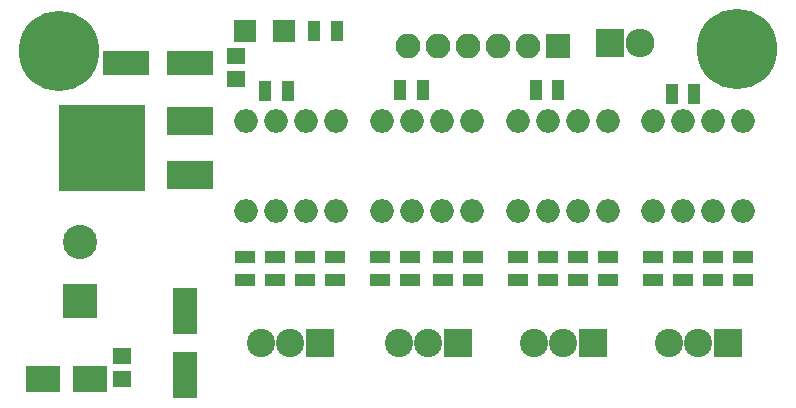
<source format=gts>
G04 #@! TF.FileFunction,Soldermask,Top*
%FSLAX46Y46*%
G04 Gerber Fmt 4.6, Leading zero omitted, Abs format (unit mm)*
G04 Created by KiCad (PCBNEW 4.0.6+dfsg1-1) date Mon Feb 26 19:53:53 2018*
%MOMM*%
%LPD*%
G01*
G04 APERTURE LIST*
%ADD10C,0.100000*%
%ADD11R,3.900000X2.000000*%
%ADD12R,2.000000X3.900000*%
%ADD13R,2.900000X2.900000*%
%ADD14C,2.900000*%
%ADD15R,2.400000X2.400000*%
%ADD16C,2.400000*%
%ADD17O,2.000000X2.000000*%
%ADD18R,2.900000X2.200000*%
%ADD19R,2.100000X2.100000*%
%ADD20O,2.100000X2.100000*%
%ADD21R,1.900000X1.900000*%
%ADD22R,1.100000X1.700000*%
%ADD23R,1.700000X1.100000*%
%ADD24R,2.432000X2.432000*%
%ADD25O,2.432000X2.432000*%
%ADD26R,1.650000X1.400000*%
%ADD27C,6.800000*%
%ADD28C,1.000000*%
%ADD29R,3.900000X2.400000*%
%ADD30R,7.400000X7.400000*%
G04 APERTURE END LIST*
D10*
D11*
X14800560Y29164280D03*
X9400560Y29164280D03*
D12*
X14386560Y8115280D03*
X14386560Y2715280D03*
D13*
X5496560Y8971280D03*
D14*
X5496560Y13971280D03*
D15*
X37500560Y5415280D03*
D16*
X34960560Y5415280D03*
X32460560Y5415280D03*
D17*
X19535760Y16650880D03*
X22075760Y16650880D03*
X24615760Y16650880D03*
X27155760Y16650880D03*
X27155760Y24270880D03*
X24615760Y24270880D03*
X22075760Y24270880D03*
X19535760Y24270880D03*
D18*
X6374560Y2371280D03*
X2374560Y2371280D03*
D19*
X45935760Y30550880D03*
D20*
X43395760Y30550880D03*
X40855760Y30550880D03*
X38315760Y30550880D03*
X35775760Y30550880D03*
X33235760Y30550880D03*
D21*
X22724560Y31871280D03*
X19424560Y31871280D03*
D17*
X31035760Y16650880D03*
X33575760Y16650880D03*
X36115760Y16650880D03*
X38655760Y16650880D03*
X38655760Y24270880D03*
X36115760Y24270880D03*
X33575760Y24270880D03*
X31035760Y24270880D03*
X42535760Y16650880D03*
X45075760Y16650880D03*
X47615760Y16650880D03*
X50155760Y16650880D03*
X50155760Y24270880D03*
X47615760Y24270880D03*
X45075760Y24270880D03*
X42535760Y24270880D03*
X54035760Y16650880D03*
X56575760Y16650880D03*
X59115760Y16650880D03*
X61655760Y16650880D03*
X61655760Y24270880D03*
X59115760Y24270880D03*
X56575760Y24270880D03*
X54035760Y24270880D03*
D15*
X60360560Y5415280D03*
D16*
X57820560Y5415280D03*
X55320560Y5415280D03*
D15*
X48930560Y5415280D03*
D16*
X46390560Y5415280D03*
X43890560Y5415280D03*
D15*
X25816560Y5415280D03*
D16*
X23276560Y5415280D03*
X20776560Y5415280D03*
D22*
X27224560Y31871280D03*
X25324560Y31871280D03*
D23*
X56550560Y12715280D03*
X56550560Y10815280D03*
X59090560Y12715280D03*
X59090560Y10815280D03*
X45120560Y12715280D03*
X45120560Y10815280D03*
X47660560Y12715280D03*
X47660560Y10815280D03*
X54010560Y12715280D03*
X54010560Y10815280D03*
X61630560Y10815280D03*
X61630560Y12715280D03*
X42580560Y12715280D03*
X42580560Y10815280D03*
X50200560Y10815280D03*
X50200560Y12715280D03*
D22*
X57500560Y26497280D03*
X55600560Y26497280D03*
X45985760Y26900880D03*
X44085760Y26900880D03*
D23*
X33436560Y12715280D03*
X33436560Y10815280D03*
X36230560Y12715280D03*
X36230560Y10815280D03*
X22006560Y12715280D03*
X22006560Y10815280D03*
X24546560Y12715280D03*
X24546560Y10815280D03*
X30896560Y12715280D03*
X30896560Y10815280D03*
X38770560Y10815280D03*
X38770560Y12715280D03*
X19466560Y12715280D03*
X19466560Y10815280D03*
X27086560Y10815280D03*
X27086560Y12715280D03*
D22*
X34485760Y26900880D03*
X32585760Y26900880D03*
X23085760Y26750880D03*
X21185760Y26750880D03*
D24*
X50374560Y30871280D03*
D25*
X52914560Y30871280D03*
D26*
X9052560Y4383280D03*
X9052560Y2383280D03*
X18704560Y27783280D03*
X18704560Y29783280D03*
D27*
X61122560Y30307280D03*
D28*
X63522560Y30307280D03*
X62819616Y28610224D03*
X61122560Y27907280D03*
X59425504Y28610224D03*
X58722560Y30307280D03*
X59425504Y32004336D03*
X61122560Y32707280D03*
X62819616Y32004336D03*
D27*
X3718560Y30180280D03*
D28*
X6118560Y30180280D03*
X5415616Y28483224D03*
X3718560Y27780280D03*
X2021504Y28483224D03*
X1318560Y30180280D03*
X2021504Y31877336D03*
X3718560Y32580280D03*
X5415616Y31877336D03*
D29*
X14784560Y19635280D03*
X14784560Y24215280D03*
D30*
X7384560Y21935280D03*
M02*

</source>
